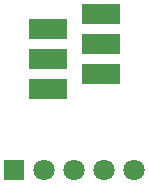
<source format=gts>
G04*
G04 #@! TF.GenerationSoftware,Altium Limited,Altium Designer,23.2.1 (34)*
G04*
G04 Layer_Color=8388736*
%FSLAX44Y44*%
%MOMM*%
G71*
G04*
G04 #@! TF.SameCoordinates,4477C0AE-7A1D-4FD6-A519-23812B22FF84*
G04*
G04*
G04 #@! TF.FilePolarity,Negative*
G04*
G01*
G75*
%ADD14R,3.2032X1.7032*%
%ADD15C,1.8032*%
%ADD16R,1.8032X1.8032*%
D14*
X55600Y149050D02*
D03*
X100600Y161750D02*
D03*
X55600Y123650D02*
D03*
Y98250D02*
D03*
X100600Y136350D02*
D03*
Y110950D02*
D03*
D15*
X78100Y30000D02*
D03*
X52700D02*
D03*
X103500D02*
D03*
X128900D02*
D03*
D16*
X27300D02*
D03*
M02*

</source>
